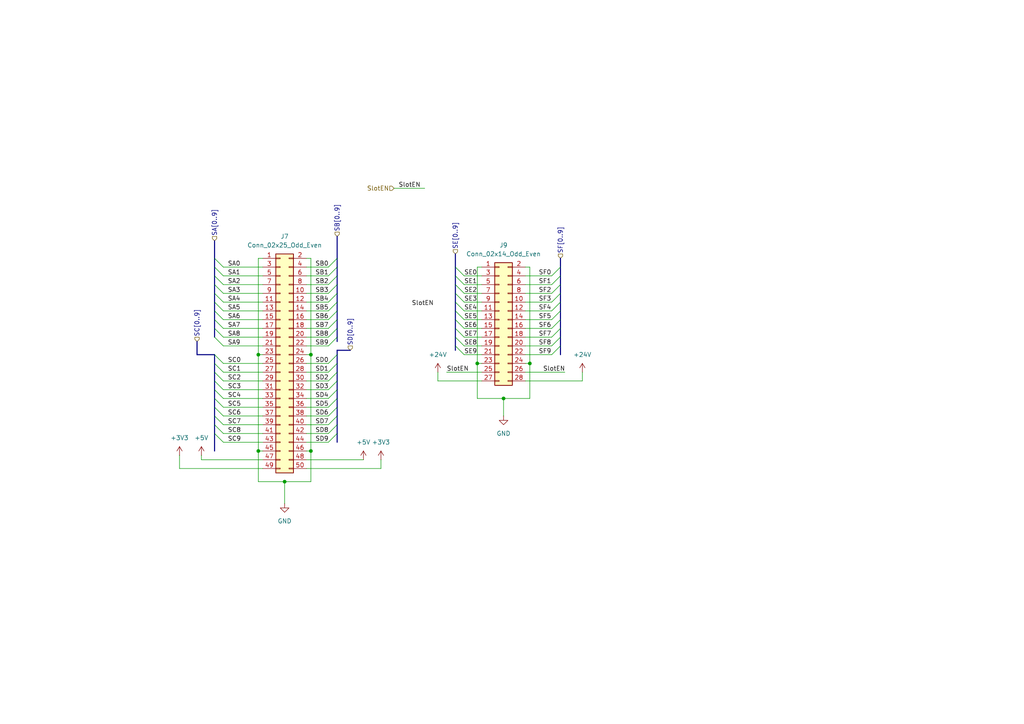
<source format=kicad_sch>
(kicad_sch (version 20231120) (generator "eeschema") (generator_version "8.0")
  (paper "A4")
  (lib_symbols
    (symbol "Connector_Generic:Conn_02x14_Odd_Even" (pin_names (offset 1.016) hide)
      (property "Reference" "J" (at 1.27 17.78 0))
      (property "Value" "Conn_02x14_Odd_Even" (at 1.27 -20.32 0))
      (symbol "Conn_02x14_Odd_Even_1_1"
        (rectangle (start -1.27 -17.653) (end 0 -17.907) (stroke (width 0.1524)))
        (rectangle (start -1.27 -15.113) (end 0 -15.367) (stroke (width 0.1524)))
        (rectangle (start -1.27 -12.573) (end 0 -12.827) (stroke (width 0.1524)))
        (rectangle (start -1.27 -10.033) (end 0 -10.287) (stroke (width 0.1524)))
        (rectangle (start -1.27 -7.493) (end 0 -7.747) (stroke (width 0.1524)))
        (rectangle (start -1.27 -4.953) (end 0 -5.207) (stroke (width 0.1524)))
        (rectangle (start -1.27 -2.413) (end 0 -2.667) (stroke (width 0.1524)))
        (rectangle (start -1.27 0.127) (end 0 -0.127) (stroke (width 0.1524)))
        (rectangle (start -1.27 2.667) (end 0 2.413) (stroke (width 0.1524)))
        (rectangle (start -1.27 5.207) (end 0 4.953) (stroke (width 0.1524)))
        (rectangle (start -1.27 7.747) (end 0 7.493) (stroke (width 0.1524)))
        (rectangle (start -1.27 10.287) (end 0 10.033) (stroke (width 0.1524)))
        (rectangle (start -1.27 12.827) (end 0 12.573) (stroke (width 0.1524)))
        (rectangle (start -1.27 15.367) (end 0 15.113) (stroke (width 0.1524)))
        (rectangle (start -1.27 16.51) (end 3.81 -19.05) (stroke (width 0.254)) (fill (type background)))
        (rectangle (start 3.81 -17.653) (end 2.54 -17.907) (stroke (width 0.1524)))
        (rectangle (start 3.81 -15.113) (end 2.54 -15.367) (stroke (width 0.1524)))
        (rectangle (start 3.81 -12.573) (end 2.54 -12.827) (stroke (width 0.1524)))
        (rectangle (start 3.81 -10.033) (end 2.54 -10.287) (stroke (width 0.1524)))
        (rectangle (start 3.81 -7.493) (end 2.54 -7.747) (stroke (width 0.1524)))
        (rectangle (start 3.81 -4.953) (end 2.54 -5.207) (stroke (width 0.1524)))
        (rectangle (start 3.81 -2.413) (end 2.54 -2.667) (stroke (width 0.1524)))
        (rectangle (start 3.81 0.127) (end 2.54 -0.127) (stroke (width 0.1524)))
        (rectangle (start 3.81 2.667) (end 2.54 2.413) (stroke (width 0.1524)))
        (rectangle (start 3.81 5.207) (end 2.54 4.953) (stroke (width 0.1524)))
        (rectangle (start 3.81 7.747) (end 2.54 7.493) (stroke (width 0.1524)))
        (rectangle (start 3.81 10.287) (end 2.54 10.033) (stroke (width 0.1524)))
        (rectangle (start 3.81 12.827) (end 2.54 12.573) (stroke (width 0.1524)))
        (rectangle (start 3.81 15.367) (end 2.54 15.113) (stroke (width 0.1524)))
        (pin passive line (at -5.08 15.24 0) (length 3.81) (name "Pin_1") (number "1"))
        (pin passive line (at 7.62 5.08 180) (length 3.81) (name "Pin_10") (number "10"))
        (pin passive line (at -5.08 2.54 0) (length 3.81) (name "Pin_11") (number "11"))
        (pin passive line (at 7.62 2.54 180) (length 3.81) (name "Pin_12") (number "12"))
        (pin passive line (at -5.08 0 0) (length 3.81) (name "Pin_13") (number "13"))
        (pin passive line (at 7.62 0 180) (length 3.81) (name "Pin_14") (number "14"))
        (pin passive line (at -5.08 -2.54 0) (length 3.81) (name "Pin_15") (number "15"))
        (pin passive line (at 7.62 -2.54 180) (length 3.81) (name "Pin_16") (number "16"))
        (pin passive line (at -5.08 -5.08 0) (length 3.81) (name "Pin_17") (number "17"))
        (pin passive line (at 7.62 -5.08 180) (length 3.81) (name "Pin_18") (number "18"))
        (pin passive line (at -5.08 -7.62 0) (length 3.81) (name "Pin_19") (number "19"))
        (pin passive line (at 7.62 15.24 180) (length 3.81) (name "Pin_2") (number "2"))
        (pin passive line (at 7.62 -7.62 180) (length 3.81) (name "Pin_20") (number "20"))
        (pin passive line (at -5.08 -10.16 0) (length 3.81) (name "Pin_21") (number "21"))
        (pin passive line (at 7.62 -10.16 180) (length 3.81) (name "Pin_22") (number "22"))
        (pin passive line (at -5.08 -12.7 0) (length 3.81) (name "Pin_23") (number "23"))
        (pin passive line (at 7.62 -12.7 180) (length 3.81) (name "Pin_24") (number "24"))
        (pin passive line (at -5.08 -15.24 0) (length 3.81) (name "Pin_25") (number "25"))
        (pin passive line (at 7.62 -15.24 180) (length 3.81) (name "Pin_26") (number "26"))
        (pin passive line (at -5.08 -17.78 0) (length 3.81) (name "Pin_27") (number "27"))
        (pin passive line (at 7.62 -17.78 180) (length 3.81) (name "Pin_28") (number "28"))
        (pin passive line (at -5.08 12.7 0) (length 3.81) (name "Pin_3") (number "3"))
        (pin passive line (at 7.62 12.7 180) (length 3.81) (name "Pin_4") (number "4"))
        (pin passive line (at -5.08 10.16 0) (length 3.81) (name "Pin_5") (number "5"))
        (pin passive line (at 7.62 10.16 180) (length 3.81) (name "Pin_6") (number "6"))
        (pin passive line (at -5.08 7.62 0) (length 3.81) (name "Pin_7") (number "7"))
        (pin passive line (at 7.62 7.62 180) (length 3.81) (name "Pin_8") (number "8"))
        (pin passive line (at -5.08 5.08 0) (length 3.81) (name "Pin_9") (number "9"))
      )
    )
    (symbol "Connector_Generic:Conn_02x25_Odd_Even" (pin_names (offset 1.016) hide)
      (property "Reference" "J" (at 1.27 33.02 0))
      (property "Value" "Conn_02x25_Odd_Even" (at 1.27 -33.02 0))
      (symbol "Conn_02x25_Odd_Even_1_1"
        (rectangle (start -1.27 -30.353) (end 0 -30.607) (stroke (width 0.1524)))
        (rectangle (start -1.27 -27.813) (end 0 -28.067) (stroke (width 0.1524)))
        (rectangle (start -1.27 -25.273) (end 0 -25.527) (stroke (width 0.1524)))
        (rectangle (start -1.27 -22.733) (end 0 -22.987) (stroke (width 0.1524)))
        (rectangle (start -1.27 -20.193) (end 0 -20.447) (stroke (width 0.1524)))
        (rectangle (start -1.27 -17.653) (end 0 -17.907) (stroke (width 0.1524)))
        (rectangle (start -1.27 -15.113) (end 0 -15.367) (stroke (width 0.1524)))
        (rectangle (start -1.27 -12.573) (end 0 -12.827) (stroke (width 0.1524)))
        (rectangle (start -1.27 -10.033) (end 0 -10.287) (stroke (width 0.1524)))
        (rectangle (start -1.27 -7.493) (end 0 -7.747) (stroke (width 0.1524)))
        (rectangle (start -1.27 -4.953) (end 0 -5.207) (stroke (width 0.1524)))
        (rectangle (start -1.27 -2.413) (end 0 -2.667) (stroke (width 0.1524)))
        (rectangle (start -1.27 0.127) (end 0 -0.127) (stroke (width 0.1524)))
        (rectangle (start -1.27 2.667) (end 0 2.413) (stroke (width 0.1524)))
        (rectangle (start -1.27 5.207) (end 0 4.953) (stroke (width 0.1524)))
        (rectangle (start -1.27 7.747) (end 0 7.493) (stroke (width 0.1524)))
        (rectangle (start -1.27 10.287) (end 0 10.033) (stroke (width 0.1524)))
        (rectangle (start -1.27 12.827) (end 0 12.573) (stroke (width 0.1524)))
        (rectangle (start -1.27 15.367) (end 0 15.113) (stroke (width 0.1524)))
        (rectangle (start -1.27 17.907) (end 0 17.653) (stroke (width 0.1524)))
        (rectangle (start -1.27 20.447) (end 0 20.193) (stroke (width 0.1524)))
        (rectangle (start -1.27 22.987) (end 0 22.733) (stroke (width 0.1524)))
        (rectangle (start -1.27 25.527) (end 0 25.273) (stroke (width 0.1524)))
        (rectangle (start -1.27 28.067) (end 0 27.813) (stroke (width 0.1524)))
        (rectangle (start -1.27 30.607) (end 0 30.353) (stroke (width 0.1524)))
        (rectangle (start -1.27 31.75) (end 3.81 -31.75) (stroke (width 0.254)) (fill (type background)))
        (rectangle (start 3.81 -30.353) (end 2.54 -30.607) (stroke (width 0.1524)))
        (rectangle (start 3.81 -27.813) (end 2.54 -28.067) (stroke (width 0.1524)))
        (rectangle (start 3.81 -25.273) (end 2.54 -25.527) (stroke (width 0.1524)))
        (rectangle (start 3.81 -22.733) (end 2.54 -22.987) (stroke (width 0.1524)))
        (rectangle (start 3.81 -20.193) (end 2.54 -20.447) (stroke (width 0.1524)))
        (rectangle (start 3.81 -17.653) (end 2.54 -17.907) (stroke (width 0.1524)))
        (rectangle (start 3.81 -15.113) (end 2.54 -15.367) (stroke (width 0.1524)))
        (rectangle (start 3.81 -12.573) (end 2.54 -12.827) (stroke (width 0.1524)))
        (rectangle (start 3.81 -10.033) (end 2.54 -10.287) (stroke (width 0.1524)))
        (rectangle (start 3.81 -7.493) (end 2.54 -7.747) (stroke (width 0.1524)))
        (rectangle (start 3.81 -4.953) (end 2.54 -5.207) (stroke (width 0.1524)))
        (rectangle (start 3.81 -2.413) (end 2.54 -2.667) (stroke (width 0.1524)))
        (rectangle (start 3.81 0.127) (end 2.54 -0.127) (stroke (width 0.1524)))
        (rectangle (start 3.81 2.667) (end 2.54 2.413) (stroke (width 0.1524)))
        (rectangle (start 3.81 5.207) (end 2.54 4.953) (stroke (width 0.1524)))
        (rectangle (start 3.81 7.747) (end 2.54 7.493) (stroke (width 0.1524)))
        (rectangle (start 3.81 10.287) (end 2.54 10.033) (stroke (width 0.1524)))
        (rectangle (start 3.81 12.827) (end 2.54 12.573) (stroke (width 0.1524)))
        (rectangle (start 3.81 15.367) (end 2.54 15.113) (stroke (width 0.1524)))
        (rectangle (start 3.81 17.907) (end 2.54 17.653) (stroke (width 0.1524)))
        (rectangle (start 3.81 20.447) (end 2.54 20.193) (stroke (width 0.1524)))
        (rectangle (start 3.81 22.987) (end 2.54 22.733) (stroke (width 0.1524)))
        (rectangle (start 3.81 25.527) (end 2.54 25.273) (stroke (width 0.1524)))
        (rectangle (start 3.81 28.067) (end 2.54 27.813) (stroke (width 0.1524)))
        (rectangle (start 3.81 30.607) (end 2.54 30.353) (stroke (width 0.1524)))
        (pin passive line (at -5.08 30.48 0) (length 3.81) (name "Pin_1") (number "1"))
        (pin passive line (at 7.62 20.32 180) (length 3.81) (name "Pin_10") (number "10"))
        (pin passive line (at -5.08 17.78 0) (length 3.81) (name "Pin_11") (number "11"))
        (pin passive line (at 7.62 17.78 180) (length 3.81) (name "Pin_12") (number "12"))
        (pin passive line (at -5.08 15.24 0) (length 3.81) (name "Pin_13") (number "13"))
        (pin passive line (at 7.62 15.24 180) (length 3.81) (name "Pin_14") (number "14"))
        (pin passive line (at -5.08 12.7 0) (length 3.81) (name "Pin_15") (number "15"))
        (pin passive line (at 7.62 12.7 180) (length 3.81) (name "Pin_16") (number "16"))
        (pin passive line (at -5.08 10.16 0) (length 3.81) (name "Pin_17") (number "17"))
        (pin passive line (at 7.62 10.16 180) (length 3.81) (name "Pin_18") (number "18"))
        (pin passive line (at -5.08 7.62 0) (length 3.81) (name "Pin_19") (number "19"))
        (pin passive line (at 7.62 30.48 180) (length 3.81) (name "Pin_2") (number "2"))
        (pin passive line (at 7.62 7.62 180) (length 3.81) (name "Pin_20") (number "20"))
        (pin passive line (at -5.08 5.08 0) (length 3.81) (name "Pin_21") (number "21"))
        (pin passive line (at 7.62 5.08 180) (length 3.81) (name "Pin_22") (number "22"))
        (pin passive line (at -5.08 2.54 0) (length 3.81) (name "Pin_23") (number "23"))
        (pin passive line (at 7.62 2.54 180) (length 3.81) (name "Pin_24") (number "24"))
        (pin passive line (at -5.08 0 0) (length 3.81) (name "Pin_25") (number "25"))
        (pin passive line (at 7.62 0 180) (length 3.81) (name "Pin_26") (number "26"))
        (pin passive line (at -5.08 -2.54 0) (length 3.81) (name "Pin_27") (number "27"))
        (pin passive line (at 7.62 -2.54 180) (length 3.81) (name "Pin_28") (number "28"))
        (pin passive line (at -5.08 -5.08 0) (length 3.81) (name "Pin_29") (number "29"))
        (pin passive line (at -5.08 27.94 0) (length 3.81) (name "Pin_3") (number "3"))
        (pin passive line (at 7.62 -5.08 180) (length 3.81) (name "Pin_30") (number "30"))
        (pin passive line (at -5.08 -7.62 0) (length 3.81) (name "Pin_31") (number "31"))
        (pin passive line (at 7.62 -7.62 180) (length 3.81) (name "Pin_32") (number "32"))
        (pin passive line (at -5.08 -10.16 0) (length 3.81) (name "Pin_33") (number "33"))
        (pin passive line (at 7.62 -10.16 180) (length 3.81) (name "Pin_34") (number "34"))
        (pin passive line (at -5.08 -12.7 0) (length 3.81) (name "Pin_35") (number "35"))
        (pin passive line (at 7.62 -12.7 180) (length 3.81) (name "Pin_36") (number "36"))
        (pin passive line (at -5.08 -15.24 0) (length 3.81) (name "Pin_37") (number "37"))
        (pin passive line (at 7.62 -15.24 180) (length 3.81) (name "Pin_38") (number "38"))
        (pin passive line (at -5.08 -17.78 0) (length 3.81) (name "Pin_39") (number "39"))
        (pin passive line (at 7.62 27.94 180) (length 3.81) (name "Pin_4") (number "4"))
        (pin passive line (at 7.62 -17.78 180) (length 3.81) (name "Pin_40") (number "40"))
        (pin passive line (at -5.08 -20.32 0) (length 3.81) (name "Pin_41") (number "41"))
        (pin passive line (at 7.62 -20.32 180) (length 3.81) (name "Pin_42") (number "42"))
        (pin passive line (at -5.08 -22.86 0) (length 3.81) (name "Pin_43") (number "43"))
        (pin passive line (at 7.62 -22.86 180) (length 3.81) (name "Pin_44") (number "44"))
        (pin passive line (at -5.08 -25.4 0) (length 3.81) (name "Pin_45") (number "45"))
        (pin passive line (at 7.62 -25.4 180) (length 3.81) (name "Pin_46") (number "46"))
        (pin passive line (at -5.08 -27.94 0) (length 3.81) (name "Pin_47") (number "47"))
        (pin passive line (at 7.62 -27.94 180) (length 3.81) (name "Pin_48") (number "48"))
        (pin passive line (at -5.08 -30.48 0) (length 3.81) (name "Pin_49") (number "49"))
        (pin passive line (at -5.08 25.4 0) (length 3.81) (name "Pin_5") (number "5"))
        (pin passive line (at 7.62 -30.48 180) (length 3.81) (name "Pin_50") (number "50"))
        (pin passive line (at 7.62 25.4 180) (length 3.81) (name "Pin_6") (number "6"))
        (pin passive line (at -5.08 22.86 0) (length 3.81) (name "Pin_7") (number "7"))
        (pin passive line (at 7.62 22.86 180) (length 3.81) (name "Pin_8") (number "8"))
        (pin passive line (at -5.08 20.32 0) (length 3.81) (name "Pin_9") (number "9"))
      )
    )
    (symbol "power:+24V" (power) (pin_numbers hide) (pin_names (offset 0) hide)
      (property "Value" "+24V" (at 0 3.556 0))
      (symbol "+24V_0_1"
        (polyline (pts (xy -0.762 1.27) (xy 0 2.54)))
        (polyline (pts (xy 0 0) (xy 0 2.54)))
        (polyline (pts (xy 0 2.54) (xy 0.762 1.27)))
      )
      (symbol "+24V_1_1"
        (pin power_in line (at 0 0 90) (length 0) (name "~") (number "1"))
      )
    )
    (symbol "power:+3V3" (power) (pin_numbers hide) (pin_names (offset 0) hide)
      (property "Value" "+3V3" (at 0 3.556 0))
      (symbol "+3V3_0_1"
        (polyline (pts (xy -0.762 1.27) (xy 0 2.54)))
        (polyline (pts (xy 0 0) (xy 0 2.54)))
        (polyline (pts (xy 0 2.54) (xy 0.762 1.27)))
      )
      (symbol "+3V3_1_1"
        (pin power_in line (at 0 0 90) (length 0) (name "~") (number "1"))
      )
    )
    (symbol "power:+5V" (power) (pin_numbers hide) (pin_names (offset 0) hide)
      (property "Value" "+5V" (at 0 3.556 0))
      (symbol "+5V_0_1"
        (polyline (pts (xy -0.762 1.27) (xy 0 2.54)))
        (polyline (pts (xy 0 0) (xy 0 2.54)))
        (polyline (pts (xy 0 2.54) (xy 0.762 1.27)))
      )
      (symbol "+5V_1_1"
        (pin power_in line (at 0 0 90) (length 0) (name "~") (number "1"))
      )
    )
    (symbol "power:GND" (power) (pin_numbers hide) (pin_names (offset 0) hide)
      (property "Value" "GND" (at 0 -3.81 0))
      (symbol "GND_0_1"
        (polyline (pts (xy 0 0) (xy 0 -1.27) (xy 1.27 -1.27) (xy 0 -2.54) (xy -1.27 -1.27) (xy 0 -1.27)))
      )
      (symbol "GND_1_1"
        (pin power_in line (at 0 0 270) (length 0) (name "~") (number "1"))
      )
    )
  )
  (junction (at 74.93 130.81))
  (junction (at 74.93 102.87))
  (junction (at 146.05 115.57))
  (junction (at 90.17 130.81))
  (junction (at 90.17 102.87))
  (junction (at 153.67 105.41))
  (junction (at 82.55 139.7))
  (junction (at 138.43 105.41))
  (bus_entry (at 132.08 80.01) (size 2.54 2.54))
  (bus_entry (at 97.79 95.25) (size -2.54 2.54))
  (bus_entry (at 62.23 125.73) (size 2.54 2.54))
  (bus_entry (at 62.23 82.55) (size 2.54 2.54))
  (bus_entry (at 132.08 100.33) (size 2.54 2.54))
  (bus_entry (at 132.08 90.17) (size 2.54 2.54))
  (bus_entry (at 97.79 125.73) (size -2.54 2.54))
  (bus_entry (at 162.56 92.71) (size -2.54 2.54))
  (bus_entry (at 162.56 100.33) (size -2.54 2.54))
  (bus_entry (at 97.79 113.03) (size -2.54 2.54))
  (bus_entry (at 97.79 97.79) (size -2.54 2.54))
  (bus_entry (at 62.23 74.93) (size 2.54 2.54))
  (bus_entry (at 162.56 97.79) (size -2.54 2.54))
  (bus_entry (at 62.23 80.01) (size 2.54 2.54))
  (bus_entry (at 97.79 77.47) (size -2.54 2.54))
  (bus_entry (at 62.23 90.17) (size 2.54 2.54))
  (bus_entry (at 97.79 102.87) (size -2.54 2.54))
  (bus_entry (at 62.23 113.03) (size 2.54 2.54))
  (bus_entry (at 97.79 110.49) (size -2.54 2.54))
  (bus_entry (at 62.23 105.41) (size 2.54 2.54))
  (bus_entry (at 162.56 85.09) (size -2.54 2.54))
  (bus_entry (at 97.79 85.09) (size -2.54 2.54))
  (bus_entry (at 97.79 92.71) (size -2.54 2.54))
  (bus_entry (at 97.79 87.63) (size -2.54 2.54))
  (bus_entry (at 62.23 97.79) (size 2.54 2.54))
  (bus_entry (at 162.56 80.01) (size -2.54 2.54))
  (bus_entry (at 132.08 77.47) (size 2.54 2.54))
  (bus_entry (at 62.23 85.09) (size 2.54 2.54))
  (bus_entry (at 97.79 118.11) (size -2.54 2.54))
  (bus_entry (at 162.56 87.63) (size -2.54 2.54))
  (bus_entry (at 162.56 90.17) (size -2.54 2.54))
  (bus_entry (at 97.79 74.93) (size -2.54 2.54))
  (bus_entry (at 97.79 120.65) (size -2.54 2.54))
  (bus_entry (at 62.23 95.25) (size 2.54 2.54))
  (bus_entry (at 97.79 115.57) (size -2.54 2.54))
  (bus_entry (at 132.08 95.25) (size 2.54 2.54))
  (bus_entry (at 97.79 105.41) (size -2.54 2.54))
  (bus_entry (at 62.23 118.11) (size 2.54 2.54))
  (bus_entry (at 97.79 82.55) (size -2.54 2.54))
  (bus_entry (at 62.23 110.49) (size 2.54 2.54))
  (bus_entry (at 97.79 80.01) (size -2.54 2.54))
  (bus_entry (at 132.08 82.55) (size 2.54 2.54))
  (bus_entry (at 62.23 115.57) (size 2.54 2.54))
  (bus_entry (at 62.23 123.19) (size 2.54 2.54))
  (bus_entry (at 62.23 120.65) (size 2.54 2.54))
  (bus_entry (at 97.79 123.19) (size -2.54 2.54))
  (bus_entry (at 132.08 97.79) (size 2.54 2.54))
  (bus_entry (at 62.23 107.95) (size 2.54 2.54))
  (bus_entry (at 62.23 102.87) (size 2.54 2.54))
  (bus_entry (at 97.79 90.17) (size -2.54 2.54))
  (bus_entry (at 62.23 77.47) (size 2.54 2.54))
  (bus_entry (at 97.79 107.95) (size -2.54 2.54))
  (bus_entry (at 132.08 92.71) (size 2.54 2.54))
  (bus_entry (at 162.56 82.55) (size -2.54 2.54))
  (bus_entry (at 132.08 87.63) (size 2.54 2.54))
  (bus_entry (at 62.23 87.63) (size 2.54 2.54))
  (bus_entry (at 62.23 92.71) (size 2.54 2.54))
  (bus_entry (at 132.08 85.09) (size 2.54 2.54))
  (bus_entry (at 162.56 95.25) (size -2.54 2.54))
  (bus_entry (at 162.56 77.47) (size -2.54 2.54))
  (bus (pts (xy 97.79 123.19) (xy 97.79 125.73)))
  (bus (pts (xy 97.79 120.65) (xy 97.79 123.19)))
  (bus (pts (xy 62.23 77.47) (xy 62.23 80.01)))
  (wire (pts (xy 52.07 132.08) (xy 52.07 135.89)))
  (bus (pts (xy 62.23 125.73) (xy 62.23 130.81)))
  (wire (pts (xy 88.9 105.41) (xy 95.25 105.41)))
  (wire (pts (xy 134.62 90.17) (xy 139.7 90.17)))
  (bus (pts (xy 57.15 99.06) (xy 57.15 102.87)))
  (wire (pts (xy 64.77 107.95) (xy 76.2 107.95)))
  (wire (pts (xy 88.9 128.27) (xy 95.25 128.27)))
  (wire (pts (xy 153.67 115.57) (xy 146.05 115.57)))
  (bus (pts (xy 97.79 95.25) (xy 97.79 97.79)))
  (bus (pts (xy 62.23 90.17) (xy 62.23 92.71)))
  (wire (pts (xy 88.9 118.11) (xy 95.25 118.11)))
  (bus (pts (xy 132.08 80.01) (xy 132.08 82.55)))
  (wire (pts (xy 88.9 107.95) (xy 95.25 107.95)))
  (wire (pts (xy 64.77 110.49) (xy 76.2 110.49)))
  (wire (pts (xy 88.9 77.47) (xy 95.25 77.47)))
  (bus (pts (xy 62.23 82.55) (xy 62.23 85.09)))
  (wire (pts (xy 153.67 77.47) (xy 153.67 105.41)))
  (wire (pts (xy 88.9 123.19) (xy 95.25 123.19)))
  (wire (pts (xy 146.05 115.57) (xy 138.43 115.57)))
  (bus (pts (xy 62.23 80.01) (xy 62.23 82.55)))
  (bus (pts (xy 62.23 113.03) (xy 62.23 115.57)))
  (wire (pts (xy 88.9 97.79) (xy 95.25 97.79)))
  (wire (pts (xy 64.77 95.25) (xy 76.2 95.25)))
  (wire (pts (xy 134.62 97.79) (xy 139.7 97.79)))
  (wire (pts (xy 127 107.95) (xy 127 110.49)))
  (wire (pts (xy 134.62 82.55) (xy 139.7 82.55)))
  (bus (pts (xy 97.79 68.58) (xy 97.79 74.93)))
  (wire (pts (xy 152.4 110.49) (xy 168.91 110.49)))
  (bus (pts (xy 62.23 120.65) (xy 62.23 123.19)))
  (wire (pts (xy 64.77 123.19) (xy 76.2 123.19)))
  (wire (pts (xy 138.43 77.47) (xy 138.43 105.41)))
  (bus (pts (xy 97.79 113.03) (xy 97.79 115.57)))
  (wire (pts (xy 152.4 77.47) (xy 153.67 77.47)))
  (bus (pts (xy 97.79 87.63) (xy 97.79 90.17)))
  (wire (pts (xy 76.2 133.35) (xy 58.42 133.35)))
  (wire (pts (xy 152.4 97.79) (xy 160.02 97.79)))
  (bus (pts (xy 62.23 105.41) (xy 62.23 107.95)))
  (wire (pts (xy 88.9 74.93) (xy 90.17 74.93)))
  (bus (pts (xy 162.56 100.33) (xy 162.56 102.87)))
  (wire (pts (xy 88.9 95.25) (xy 95.25 95.25)))
  (wire (pts (xy 88.9 102.87) (xy 90.17 102.87)))
  (wire (pts (xy 88.9 92.71) (xy 95.25 92.71)))
  (wire (pts (xy 152.4 92.71) (xy 160.02 92.71)))
  (wire (pts (xy 74.93 74.93) (xy 76.2 74.93)))
  (wire (pts (xy 58.42 132.08) (xy 58.42 133.35)))
  (wire (pts (xy 64.77 87.63) (xy 76.2 87.63)))
  (bus (pts (xy 97.79 105.41) (xy 97.79 107.95)))
  (wire (pts (xy 152.4 82.55) (xy 160.02 82.55)))
  (wire (pts (xy 74.93 102.87) (xy 76.2 102.87)))
  (bus (pts (xy 97.79 74.93) (xy 97.79 77.47)))
  (wire (pts (xy 152.4 102.87) (xy 160.02 102.87)))
  (bus (pts (xy 132.08 73.66) (xy 132.08 77.47)))
  (wire (pts (xy 64.77 92.71) (xy 76.2 92.71)))
  (wire (pts (xy 88.9 110.49) (xy 95.25 110.49)))
  (wire (pts (xy 74.93 130.81) (xy 76.2 130.81)))
  (bus (pts (xy 162.56 80.01) (xy 162.56 82.55)))
  (wire (pts (xy 64.77 128.27) (xy 76.2 128.27)))
  (bus (pts (xy 62.23 92.71) (xy 62.23 95.25)))
  (bus (pts (xy 97.79 77.47) (xy 97.79 80.01)))
  (wire (pts (xy 153.67 105.41) (xy 153.67 115.57)))
  (bus (pts (xy 62.23 123.19) (xy 62.23 125.73)))
  (bus (pts (xy 132.08 87.63) (xy 132.08 90.17)))
  (wire (pts (xy 88.9 130.81) (xy 90.17 130.81)))
  (wire (pts (xy 134.62 92.71) (xy 139.7 92.71)))
  (wire (pts (xy 88.9 125.73) (xy 95.25 125.73)))
  (wire (pts (xy 152.4 80.01) (xy 160.02 80.01)))
  (wire (pts (xy 134.62 102.87) (xy 139.7 102.87)))
  (bus (pts (xy 162.56 74.93) (xy 162.56 77.47)))
  (bus (pts (xy 162.56 85.09) (xy 162.56 87.63)))
  (wire (pts (xy 88.9 82.55) (xy 95.25 82.55)))
  (wire (pts (xy 64.77 90.17) (xy 76.2 90.17)))
  (bus (pts (xy 62.23 95.25) (xy 62.23 97.79)))
  (bus (pts (xy 162.56 87.63) (xy 162.56 90.17)))
  (bus (pts (xy 62.23 115.57) (xy 62.23 118.11)))
  (wire (pts (xy 152.4 95.25) (xy 160.02 95.25)))
  (wire (pts (xy 114.3 54.61) (xy 123.19 54.61)))
  (wire (pts (xy 88.9 120.65) (xy 95.25 120.65)))
  (bus (pts (xy 132.08 97.79) (xy 132.08 100.33)))
  (bus (pts (xy 132.08 92.71) (xy 132.08 95.25)))
  (bus (pts (xy 97.79 85.09) (xy 97.79 87.63)))
  (bus (pts (xy 132.08 82.55) (xy 132.08 85.09)))
  (bus (pts (xy 97.79 97.79) (xy 97.79 99.06)))
  (bus (pts (xy 101.6 101.6) (xy 97.79 101.6)))
  (wire (pts (xy 64.77 118.11) (xy 76.2 118.11)))
  (wire (pts (xy 76.2 135.89) (xy 52.07 135.89)))
  (wire (pts (xy 110.49 133.35) (xy 110.49 135.89)))
  (wire (pts (xy 146.05 115.57) (xy 146.05 120.65)))
  (bus (pts (xy 97.79 110.49) (xy 97.79 113.03)))
  (wire (pts (xy 64.77 120.65) (xy 76.2 120.65)))
  (wire (pts (xy 64.77 85.09) (xy 76.2 85.09)))
  (wire (pts (xy 64.77 115.57) (xy 76.2 115.57)))
  (bus (pts (xy 62.23 107.95) (xy 62.23 110.49)))
  (wire (pts (xy 82.55 139.7) (xy 74.93 139.7)))
  (wire (pts (xy 74.93 102.87) (xy 74.93 130.81)))
  (wire (pts (xy 138.43 105.41) (xy 139.7 105.41)))
  (wire (pts (xy 64.77 125.73) (xy 76.2 125.73)))
  (wire (pts (xy 64.77 113.03) (xy 76.2 113.03)))
  (bus (pts (xy 97.79 118.11) (xy 97.79 120.65)))
  (wire (pts (xy 129.54 107.95) (xy 139.7 107.95)))
  (wire (pts (xy 88.9 85.09) (xy 95.25 85.09)))
  (bus (pts (xy 62.23 74.93) (xy 62.23 77.47)))
  (wire (pts (xy 138.43 105.41) (xy 138.43 115.57)))
  (wire (pts (xy 88.9 115.57) (xy 95.25 115.57)))
  (wire (pts (xy 134.62 87.63) (xy 139.7 87.63)))
  (wire (pts (xy 134.62 100.33) (xy 139.7 100.33)))
  (bus (pts (xy 62.23 85.09) (xy 62.23 87.63)))
  (bus (pts (xy 97.79 125.73) (xy 97.79 128.27)))
  (bus (pts (xy 132.08 95.25) (xy 132.08 97.79)))
  (wire (pts (xy 152.4 87.63) (xy 160.02 87.63)))
  (wire (pts (xy 64.77 80.01) (xy 76.2 80.01)))
  (bus (pts (xy 132.08 90.17) (xy 132.08 92.71)))
  (wire (pts (xy 90.17 74.93) (xy 90.17 102.87)))
  (wire (pts (xy 152.4 107.95) (xy 163.83 107.95)))
  (bus (pts (xy 57.15 102.87) (xy 62.23 102.87)))
  (wire (pts (xy 152.4 90.17) (xy 160.02 90.17)))
  (wire (pts (xy 64.77 77.47) (xy 76.2 77.47)))
  (wire (pts (xy 74.93 130.81) (xy 74.93 139.7)))
  (wire (pts (xy 88.9 87.63) (xy 95.25 87.63)))
  (bus (pts (xy 162.56 95.25) (xy 162.56 97.79)))
  (wire (pts (xy 152.4 105.41) (xy 153.67 105.41)))
  (bus (pts (xy 97.79 102.87) (xy 97.79 105.41)))
  (bus (pts (xy 97.79 115.57) (xy 97.79 118.11)))
  (wire (pts (xy 134.62 95.25) (xy 139.7 95.25)))
  (wire (pts (xy 74.93 74.93) (xy 74.93 102.87)))
  (bus (pts (xy 62.23 69.85) (xy 62.23 74.93)))
  (wire (pts (xy 138.43 77.47) (xy 139.7 77.47)))
  (bus (pts (xy 162.56 90.17) (xy 162.56 92.71)))
  (bus (pts (xy 62.23 102.87) (xy 62.23 105.41)))
  (bus (pts (xy 97.79 80.01) (xy 97.79 82.55)))
  (wire (pts (xy 88.9 133.35) (xy 105.41 133.35)))
  (bus (pts (xy 62.23 87.63) (xy 62.23 90.17)))
  (bus (pts (xy 97.79 90.17) (xy 97.79 92.71)))
  (wire (pts (xy 64.77 97.79) (xy 76.2 97.79)))
  (wire (pts (xy 82.55 139.7) (xy 82.55 146.05)))
  (bus (pts (xy 62.23 110.49) (xy 62.23 113.03)))
  (wire (pts (xy 134.62 80.01) (xy 139.7 80.01)))
  (wire (pts (xy 90.17 102.87) (xy 90.17 130.81)))
  (wire (pts (xy 64.77 105.41) (xy 76.2 105.41)))
  (bus (pts (xy 97.79 101.6) (xy 97.79 102.87)))
  (bus (pts (xy 162.56 92.71) (xy 162.56 95.25)))
  (bus (pts (xy 132.08 100.33) (xy 132.08 101.6)))
  (wire (pts (xy 64.77 100.33) (xy 76.2 100.33)))
  (bus (pts (xy 162.56 97.79) (xy 162.56 100.33)))
  (wire (pts (xy 168.91 107.95) (xy 168.91 110.49)))
  (wire (pts (xy 90.17 130.81) (xy 90.17 139.7)))
  (wire (pts (xy 88.9 80.01) (xy 95.25 80.01)))
  (bus (pts (xy 162.56 77.47) (xy 162.56 80.01)))
  (bus (pts (xy 62.23 118.11) (xy 62.23 120.65)))
  (wire (pts (xy 134.62 85.09) (xy 139.7 85.09)))
  (wire (pts (xy 88.9 100.33) (xy 95.25 100.33)))
  (bus (pts (xy 132.08 77.47) (xy 132.08 80.01)))
  (wire (pts (xy 88.9 90.17) (xy 95.25 90.17)))
  (bus (pts (xy 162.56 82.55) (xy 162.56 85.09)))
  (bus (pts (xy 97.79 82.55) (xy 97.79 85.09)))
  (bus (pts (xy 132.08 85.09) (xy 132.08 87.63)))
  (wire (pts (xy 88.9 113.03) (xy 95.25 113.03)))
  (wire (pts (xy 139.7 110.49) (xy 127 110.49)))
  (wire (pts (xy 64.77 82.55) (xy 76.2 82.55)))
  (bus (pts (xy 97.79 92.71) (xy 97.79 95.25)))
  (wire (pts (xy 152.4 85.09) (xy 160.02 85.09)))
  (bus (pts (xy 97.79 107.95) (xy 97.79 110.49)))
  (wire (pts (xy 90.17 139.7) (xy 82.55 139.7)))
  (wire (pts (xy 88.9 135.89) (xy 110.49 135.89)))
  (wire (pts (xy 152.4 100.33) (xy 160.02 100.33)))
  (label "SA7" (at 66.04 95.25 0))
  (label "SE0" (at 134.62 80.01 0))
  (label "SF0" (at 156.21 80.01 0))
  (label "SE3" (at 134.62 87.63 0))
  (label "SF8" (at 156.21 100.33 0))
  (label "SD0" (at 91.44 105.41 0))
  (label "SB9" (at 91.44 100.33 0))
  (label "SB6" (at 91.44 92.71 0))
  (label "SF4" (at 156.21 90.17 0))
  (label "SF6" (at 156.21 95.25 0))
  (label "SD9" (at 91.44 128.27 0))
  (label "SA2" (at 66.04 82.55 0))
  (label "SE2" (at 134.62 85.09 0))
  (label "SB5" (at 91.44 90.17 0))
  (label "SE6" (at 134.62 95.25 0))
  (label "SlotEN" (at 129.54 107.95 0))
  (label "SA0" (at 66.04 77.47 0))
  (label "SD2" (at 91.44 110.49 0))
  (label "SE8" (at 134.62 100.33 0))
  (label "SC1" (at 66.04 107.95 0))
  (label "SB0" (at 91.44 77.47 0))
  (label "SC7" (at 66.04 123.19 0))
  (label "SC3" (at 66.04 113.03 0))
  (label "SB8" (at 91.44 97.79 0))
  (label "SC9" (at 66.04 128.27 0))
  (label "SA4" (at 66.04 87.63 0))
  (label "SB4" (at 91.44 87.63 0))
  (label "SA5" (at 66.04 90.17 0))
  (label "SE5" (at 134.62 92.71 0))
  (label "SE1" (at 134.62 82.55 0))
  (label "SC5" (at 66.04 118.11 0))
  (label "SF7" (at 156.21 97.79 0))
  (label "SA1" (at 66.04 80.01 0))
  (label "SF9" (at 156.21 102.87 0))
  (label "SD8" (at 91.44 125.73 0))
  (label "SlotEN" (at 119.38 88.9 0))
  (label "SD1" (at 91.44 107.95 0))
  (label "SA6" (at 66.04 92.71 0))
  (label "SE7" (at 134.62 97.79 0))
  (label "SF5" (at 156.21 92.71 0))
  (label "SF3" (at 156.21 87.63 0))
  (label "SlotEN" (at 157.48 107.95 0))
  (label "SC0" (at 66.04 105.41 0))
  (label "SA9" (at 66.04 100.33 0))
  (label "SA3" (at 66.04 85.09 0))
  (label "SC2" (at 66.04 110.49 0))
  (label "SD6" (at 91.44 120.65 0))
  (label "SA8" (at 66.04 97.79 0))
  (label "SE4" (at 134.62 90.17 0))
  (label "SC4" (at 66.04 115.57 0))
  (label "SB3" (at 91.44 85.09 0))
  (label "SD5" (at 91.44 118.11 0))
  (label "SE9" (at 134.62 102.87 0))
  (label "SlotEN" (at 115.57 54.61 0))
  (label "SD4" (at 91.44 115.57 0))
  (label "SB2" (at 91.44 82.55 0))
  (label "SF1" (at 156.21 82.55 0))
  (label "SC6" (at 66.04 120.65 0))
  (label "SD3" (at 91.44 113.03 0))
  (label "SB1" (at 91.44 80.01 0))
  (label "SF2" (at 156.21 85.09 0))
  (label "SC8" (at 66.04 125.73 0))
  (label "SD7" (at 91.44 123.19 0))
  (label "SB7" (at 91.44 95.25 0))
  (hierarchical_label "SA[0..9]" (shape input) (at 62.23 69.85 90))
  (hierarchical_label "SB[0..9]" (shape input) (at 97.79 68.58 90))
  (hierarchical_label "SD[0..9]" (shape input) (at 101.6 101.6 90))
  (hierarchical_label "SF[0..9]" (shape input) (at 162.56 74.93 90))
  (hierarchical_label "SE[0..9]" (shape input) (at 132.08 73.66 90))
  (hierarchical_label "SlotEN" (shape input) (at 114.3 54.61 180))
  (hierarchical_label "SC[0..9]" (shape input) (at 57.15 99.06 90))
  (symbol (lib_id "power:+3V3") (at 52.07 132.08 0) (unit 1)
    (property "Reference" "#PWR0112" (effects (hide yes)))
    (property "Value" "+3V3" (at 52.07 127 0))
    (property "Description" "Power symbol creates a global label with name \"+3V3\"" (effects (hide yes)))
  )
  (symbol (lib_id "Connector_Generic:Conn_02x25_Odd_Even") (at 81.28 105.41 0) (unit 1)
    (property "Reference" "J7" (at 82.55 68.58 0))
    (property "Value" "Conn_02x25_Odd_Even" (at 82.55 71.12 0))
    (property "Footprint" "Connector_PinSocket_2.54mm:PinSocket_2x25_P2.54mm_Vertical_SMD" (effects (hide yes)))
    (property "Description" "Generic connector, double row, 02x25, odd/even pin numbering scheme (row 1 odd numbers, row 2 even numbers), script generated (kicad-library-utils/schlib/autogen/connector/)" (effects (hide yes)))
  )
  (symbol (lib_id "Connector_Generic:Conn_02x14_Odd_Even") (at 144.78 92.71 0) (unit 1)
    (property "Reference" "J9" (at 146.05 71.12 0))
    (property "Value" "Conn_02x14_Odd_Even" (at 146.05 73.66 0))
    (property "Footprint" "Connector_PinSocket_2.54mm:PinSocket_2x14_P2.54mm_Vertical_SMD" (effects (hide yes)))
    (property "Description" "Generic connector, double row, 02x14, odd/even pin numbering scheme (row 1 odd numbers, row 2 even numbers), script generated (kicad-library-utils/schlib/autogen/connector/)" (effects (hide yes)))
  )
  (symbol (lib_id "power:+5V") (at 105.41 133.35 0) (unit 1)
    (property "Reference" "#PWR0111" (effects (hide yes)))
    (property "Value" "+5V" (at 105.41 128.27 0))
    (property "Description" "Power symbol creates a global label with name \"+5V\"" (effects (hide yes)))
  )
  (symbol (lib_id "power:+24V") (at 127 107.95 0) (unit 1)
    (property "Reference" "#PWR0114" (effects (hide yes)))
    (property "Value" "+24V" (at 127 102.87 0))
    (property "Description" "Power symbol creates a global label with name \"+24V\"" (effects (hide yes)))
  )
  (symbol (lib_id "power:GND") (at 82.55 146.05 0) (unit 1)
    (property "Reference" "#PWR0129" (effects (hide yes)))
    (property "Value" "GND" (at 82.55 151.13 0))
    (property "Description" "Power symbol creates a global label with name \"GND\" , ground" (effects (hide yes)))
  )
  (symbol (lib_id "power:+3V3") (at 110.49 133.35 0) (unit 1)
    (property "Reference" "#PWR0113" (effects (hide yes)))
    (property "Value" "+3V3" (at 110.49 128.27 0))
    (property "Description" "Power symbol creates a global label with name \"+3V3\"" (effects (hide yes)))
  )
  (symbol (lib_id "power:+5V") (at 58.42 132.08 0) (unit 1)
    (property "Reference" "#PWR0110" (effects (hide yes)))
    (property "Value" "+5V" (at 58.42 127 0))
    (property "Description" "Power symbol creates a global label with name \"+5V\"" (effects (hide yes)))
  )
  (symbol (lib_id "power:GND") (at 146.05 120.65 0) (unit 1)
    (property "Reference" "#PWR0130" (effects (hide yes)))
    (property "Value" "GND" (at 146.05 125.73 0))
    (property "Description" "Power symbol creates a global label with name \"GND\" , ground" (effects (hide yes)))
  )
  (symbol (lib_id "power:+24V") (at 168.91 107.95 0) (unit 1)
    (property "Reference" "#PWR0115" (effects (hide yes)))
    (property "Value" "+24V" (at 168.91 102.87 0))
    (property "Description" "Power symbol creates a global label with name \"+24V\"" (effects (hide yes)))
  )
)
</source>
